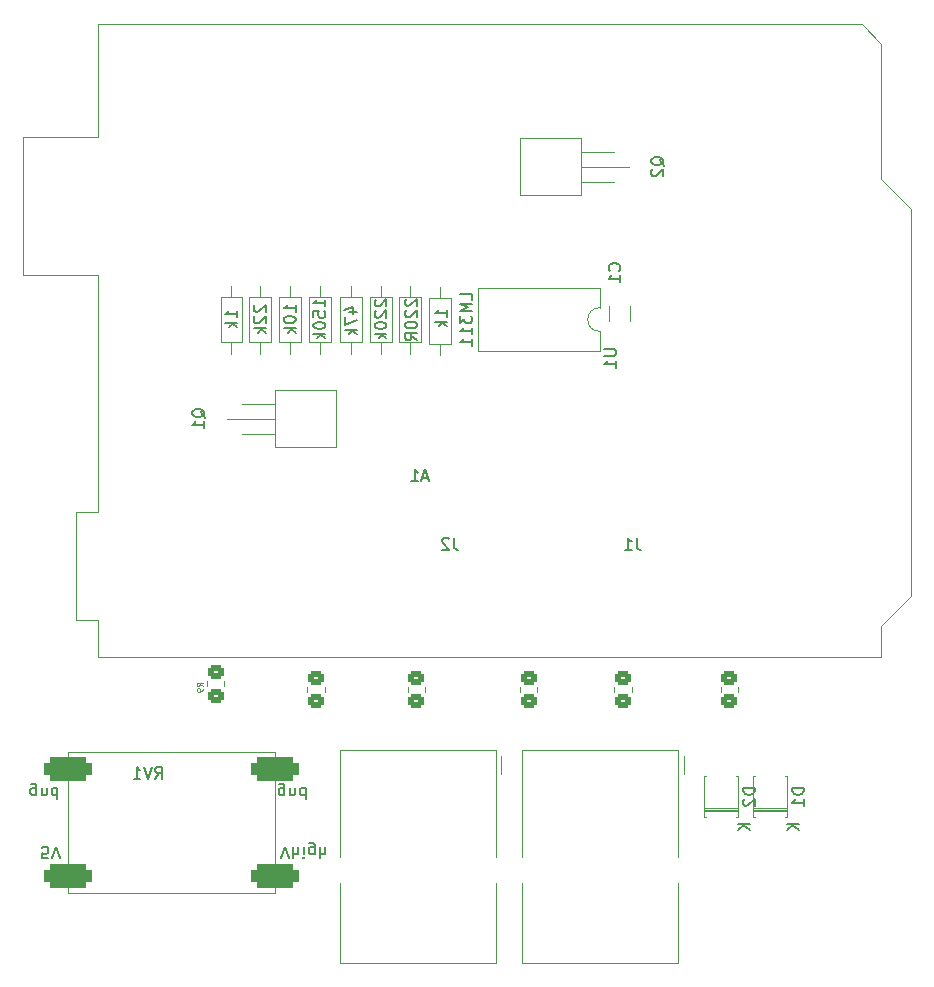
<source format=gbr>
%TF.GenerationSoftware,KiCad,Pcbnew,8.0.8*%
%TF.CreationDate,2025-05-20T23:19:57+02:00*%
%TF.ProjectId,LCD_LOCONET_SHIELD,4c43445f-4c4f-4434-9f4e-45545f534849,rev?*%
%TF.SameCoordinates,Original*%
%TF.FileFunction,Legend,Bot*%
%TF.FilePolarity,Positive*%
%FSLAX46Y46*%
G04 Gerber Fmt 4.6, Leading zero omitted, Abs format (unit mm)*
G04 Created by KiCad (PCBNEW 8.0.8) date 2025-05-20 23:19:57*
%MOMM*%
%LPD*%
G01*
G04 APERTURE LIST*
G04 Aperture macros list*
%AMRoundRect*
0 Rectangle with rounded corners*
0 $1 Rounding radius*
0 $2 $3 $4 $5 $6 $7 $8 $9 X,Y pos of 4 corners*
0 Add a 4 corners polygon primitive as box body*
4,1,4,$2,$3,$4,$5,$6,$7,$8,$9,$2,$3,0*
0 Add four circle primitives for the rounded corners*
1,1,$1+$1,$2,$3*
1,1,$1+$1,$4,$5*
1,1,$1+$1,$6,$7*
1,1,$1+$1,$8,$9*
0 Add four rect primitives between the rounded corners*
20,1,$1+$1,$2,$3,$4,$5,0*
20,1,$1+$1,$4,$5,$6,$7,0*
20,1,$1+$1,$6,$7,$8,$9,0*
20,1,$1+$1,$8,$9,$2,$3,0*%
G04 Aperture macros list end*
%ADD10C,0.150000*%
%ADD11C,0.075000*%
%ADD12C,0.120000*%
%ADD13C,0.100000*%
%ADD14C,2.000000*%
%ADD15C,2.800000*%
%ADD16R,1.879600X1.879600*%
%ADD17C,1.879600*%
%ADD18R,1.800000X1.800000*%
%ADD19C,1.800000*%
%ADD20R,1.560000X1.560000*%
%ADD21C,1.560000*%
%ADD22C,3.250000*%
%ADD23R,1.520000X1.520000*%
%ADD24C,1.520000*%
%ADD25R,2.000000X2.000000*%
%ADD26O,2.000000X2.000000*%
%ADD27C,1.400000*%
%ADD28O,1.400000X1.400000*%
%ADD29R,1.300000X1.300000*%
%ADD30C,1.300000*%
%ADD31RoundRect,0.250000X-0.450000X0.350000X-0.450000X-0.350000X0.450000X-0.350000X0.450000X0.350000X0*%
%ADD32C,1.600000*%
%ADD33R,1.600000X1.600000*%
%ADD34O,1.600000X1.600000*%
%ADD35RoundRect,0.500000X-1.500000X-0.500000X1.500000X-0.500000X1.500000X0.500000X-1.500000X0.500000X0*%
G04 APERTURE END LIST*
D10*
X79375238Y-185032819D02*
X79708571Y-184556628D01*
X79946666Y-185032819D02*
X79946666Y-184032819D01*
X79946666Y-184032819D02*
X79565714Y-184032819D01*
X79565714Y-184032819D02*
X79470476Y-184080438D01*
X79470476Y-184080438D02*
X79422857Y-184128057D01*
X79422857Y-184128057D02*
X79375238Y-184223295D01*
X79375238Y-184223295D02*
X79375238Y-184366152D01*
X79375238Y-184366152D02*
X79422857Y-184461390D01*
X79422857Y-184461390D02*
X79470476Y-184509009D01*
X79470476Y-184509009D02*
X79565714Y-184556628D01*
X79565714Y-184556628D02*
X79946666Y-184556628D01*
X79089523Y-184032819D02*
X78756190Y-185032819D01*
X78756190Y-185032819D02*
X78422857Y-184032819D01*
X77565714Y-185032819D02*
X78137142Y-185032819D01*
X77851428Y-185032819D02*
X77851428Y-184032819D01*
X77851428Y-184032819D02*
X77946666Y-184175676D01*
X77946666Y-184175676D02*
X78041904Y-184270914D01*
X78041904Y-184270914D02*
X78137142Y-184318533D01*
X120153333Y-164652819D02*
X120153333Y-165367104D01*
X120153333Y-165367104D02*
X120200952Y-165509961D01*
X120200952Y-165509961D02*
X120296190Y-165605200D01*
X120296190Y-165605200D02*
X120439047Y-165652819D01*
X120439047Y-165652819D02*
X120534285Y-165652819D01*
X119153333Y-165652819D02*
X119724761Y-165652819D01*
X119439047Y-165652819D02*
X119439047Y-164652819D01*
X119439047Y-164652819D02*
X119534285Y-164795676D01*
X119534285Y-164795676D02*
X119629523Y-164890914D01*
X119629523Y-164890914D02*
X119724761Y-164938533D01*
X134319819Y-185824905D02*
X133319819Y-185824905D01*
X133319819Y-185824905D02*
X133319819Y-186063000D01*
X133319819Y-186063000D02*
X133367438Y-186205857D01*
X133367438Y-186205857D02*
X133462676Y-186301095D01*
X133462676Y-186301095D02*
X133557914Y-186348714D01*
X133557914Y-186348714D02*
X133748390Y-186396333D01*
X133748390Y-186396333D02*
X133891247Y-186396333D01*
X133891247Y-186396333D02*
X134081723Y-186348714D01*
X134081723Y-186348714D02*
X134176961Y-186301095D01*
X134176961Y-186301095D02*
X134272200Y-186205857D01*
X134272200Y-186205857D02*
X134319819Y-186063000D01*
X134319819Y-186063000D02*
X134319819Y-185824905D01*
X134319819Y-187348714D02*
X134319819Y-186777286D01*
X134319819Y-187063000D02*
X133319819Y-187063000D01*
X133319819Y-187063000D02*
X133462676Y-186967762D01*
X133462676Y-186967762D02*
X133557914Y-186872524D01*
X133557914Y-186872524D02*
X133605533Y-186777286D01*
X133899819Y-188841095D02*
X132899819Y-188841095D01*
X133899819Y-189412523D02*
X133328390Y-188983952D01*
X132899819Y-189412523D02*
X133471247Y-188841095D01*
X98065057Y-144481143D02*
X98017438Y-144528762D01*
X98017438Y-144528762D02*
X97969819Y-144624000D01*
X97969819Y-144624000D02*
X97969819Y-144862095D01*
X97969819Y-144862095D02*
X98017438Y-144957333D01*
X98017438Y-144957333D02*
X98065057Y-145004952D01*
X98065057Y-145004952D02*
X98160295Y-145052571D01*
X98160295Y-145052571D02*
X98255533Y-145052571D01*
X98255533Y-145052571D02*
X98398390Y-145004952D01*
X98398390Y-145004952D02*
X98969819Y-144433524D01*
X98969819Y-144433524D02*
X98969819Y-145052571D01*
X98065057Y-145433524D02*
X98017438Y-145481143D01*
X98017438Y-145481143D02*
X97969819Y-145576381D01*
X97969819Y-145576381D02*
X97969819Y-145814476D01*
X97969819Y-145814476D02*
X98017438Y-145909714D01*
X98017438Y-145909714D02*
X98065057Y-145957333D01*
X98065057Y-145957333D02*
X98160295Y-146004952D01*
X98160295Y-146004952D02*
X98255533Y-146004952D01*
X98255533Y-146004952D02*
X98398390Y-145957333D01*
X98398390Y-145957333D02*
X98969819Y-145385905D01*
X98969819Y-145385905D02*
X98969819Y-146004952D01*
X97969819Y-146624000D02*
X97969819Y-146719238D01*
X97969819Y-146719238D02*
X98017438Y-146814476D01*
X98017438Y-146814476D02*
X98065057Y-146862095D01*
X98065057Y-146862095D02*
X98160295Y-146909714D01*
X98160295Y-146909714D02*
X98350771Y-146957333D01*
X98350771Y-146957333D02*
X98588866Y-146957333D01*
X98588866Y-146957333D02*
X98779342Y-146909714D01*
X98779342Y-146909714D02*
X98874580Y-146862095D01*
X98874580Y-146862095D02*
X98922200Y-146814476D01*
X98922200Y-146814476D02*
X98969819Y-146719238D01*
X98969819Y-146719238D02*
X98969819Y-146624000D01*
X98969819Y-146624000D02*
X98922200Y-146528762D01*
X98922200Y-146528762D02*
X98874580Y-146481143D01*
X98874580Y-146481143D02*
X98779342Y-146433524D01*
X98779342Y-146433524D02*
X98588866Y-146385905D01*
X98588866Y-146385905D02*
X98350771Y-146385905D01*
X98350771Y-146385905D02*
X98160295Y-146433524D01*
X98160295Y-146433524D02*
X98065057Y-146481143D01*
X98065057Y-146481143D02*
X98017438Y-146528762D01*
X98017438Y-146528762D02*
X97969819Y-146624000D01*
X98969819Y-147385905D02*
X97969819Y-147385905D01*
X98588866Y-147481143D02*
X98969819Y-147766857D01*
X98303152Y-147766857D02*
X98684104Y-147385905D01*
X122473057Y-133127761D02*
X122425438Y-133032523D01*
X122425438Y-133032523D02*
X122330200Y-132937285D01*
X122330200Y-132937285D02*
X122187342Y-132794428D01*
X122187342Y-132794428D02*
X122139723Y-132699190D01*
X122139723Y-132699190D02*
X122139723Y-132603952D01*
X122377819Y-132651571D02*
X122330200Y-132556333D01*
X122330200Y-132556333D02*
X122234961Y-132461095D01*
X122234961Y-132461095D02*
X122044485Y-132413476D01*
X122044485Y-132413476D02*
X121711152Y-132413476D01*
X121711152Y-132413476D02*
X121520676Y-132461095D01*
X121520676Y-132461095D02*
X121425438Y-132556333D01*
X121425438Y-132556333D02*
X121377819Y-132651571D01*
X121377819Y-132651571D02*
X121377819Y-132842047D01*
X121377819Y-132842047D02*
X121425438Y-132937285D01*
X121425438Y-132937285D02*
X121520676Y-133032523D01*
X121520676Y-133032523D02*
X121711152Y-133080142D01*
X121711152Y-133080142D02*
X122044485Y-133080142D01*
X122044485Y-133080142D02*
X122234961Y-133032523D01*
X122234961Y-133032523D02*
X122330200Y-132937285D01*
X122330200Y-132937285D02*
X122377819Y-132842047D01*
X122377819Y-132842047D02*
X122377819Y-132651571D01*
X121473057Y-133461095D02*
X121425438Y-133508714D01*
X121425438Y-133508714D02*
X121377819Y-133603952D01*
X121377819Y-133603952D02*
X121377819Y-133842047D01*
X121377819Y-133842047D02*
X121425438Y-133937285D01*
X121425438Y-133937285D02*
X121473057Y-133984904D01*
X121473057Y-133984904D02*
X121568295Y-134032523D01*
X121568295Y-134032523D02*
X121663533Y-134032523D01*
X121663533Y-134032523D02*
X121806390Y-133984904D01*
X121806390Y-133984904D02*
X122377819Y-133413476D01*
X122377819Y-133413476D02*
X122377819Y-134032523D01*
X93792819Y-145052571D02*
X93792819Y-144481143D01*
X93792819Y-144766857D02*
X92792819Y-144766857D01*
X92792819Y-144766857D02*
X92935676Y-144671619D01*
X92935676Y-144671619D02*
X93030914Y-144576381D01*
X93030914Y-144576381D02*
X93078533Y-144481143D01*
X92792819Y-145957333D02*
X92792819Y-145481143D01*
X92792819Y-145481143D02*
X93269009Y-145433524D01*
X93269009Y-145433524D02*
X93221390Y-145481143D01*
X93221390Y-145481143D02*
X93173771Y-145576381D01*
X93173771Y-145576381D02*
X93173771Y-145814476D01*
X93173771Y-145814476D02*
X93221390Y-145909714D01*
X93221390Y-145909714D02*
X93269009Y-145957333D01*
X93269009Y-145957333D02*
X93364247Y-146004952D01*
X93364247Y-146004952D02*
X93602342Y-146004952D01*
X93602342Y-146004952D02*
X93697580Y-145957333D01*
X93697580Y-145957333D02*
X93745200Y-145909714D01*
X93745200Y-145909714D02*
X93792819Y-145814476D01*
X93792819Y-145814476D02*
X93792819Y-145576381D01*
X93792819Y-145576381D02*
X93745200Y-145481143D01*
X93745200Y-145481143D02*
X93697580Y-145433524D01*
X92792819Y-146624000D02*
X92792819Y-146719238D01*
X92792819Y-146719238D02*
X92840438Y-146814476D01*
X92840438Y-146814476D02*
X92888057Y-146862095D01*
X92888057Y-146862095D02*
X92983295Y-146909714D01*
X92983295Y-146909714D02*
X93173771Y-146957333D01*
X93173771Y-146957333D02*
X93411866Y-146957333D01*
X93411866Y-146957333D02*
X93602342Y-146909714D01*
X93602342Y-146909714D02*
X93697580Y-146862095D01*
X93697580Y-146862095D02*
X93745200Y-146814476D01*
X93745200Y-146814476D02*
X93792819Y-146719238D01*
X93792819Y-146719238D02*
X93792819Y-146624000D01*
X93792819Y-146624000D02*
X93745200Y-146528762D01*
X93745200Y-146528762D02*
X93697580Y-146481143D01*
X93697580Y-146481143D02*
X93602342Y-146433524D01*
X93602342Y-146433524D02*
X93411866Y-146385905D01*
X93411866Y-146385905D02*
X93173771Y-146385905D01*
X93173771Y-146385905D02*
X92983295Y-146433524D01*
X92983295Y-146433524D02*
X92888057Y-146481143D01*
X92888057Y-146481143D02*
X92840438Y-146528762D01*
X92840438Y-146528762D02*
X92792819Y-146624000D01*
X93792819Y-147385905D02*
X92792819Y-147385905D01*
X93411866Y-147481143D02*
X93792819Y-147766857D01*
X93126152Y-147766857D02*
X93507104Y-147385905D01*
D11*
X83402409Y-177191666D02*
X83164314Y-177025000D01*
X83402409Y-176905952D02*
X82902409Y-176905952D01*
X82902409Y-176905952D02*
X82902409Y-177096428D01*
X82902409Y-177096428D02*
X82926219Y-177144047D01*
X82926219Y-177144047D02*
X82950028Y-177167857D01*
X82950028Y-177167857D02*
X82997647Y-177191666D01*
X82997647Y-177191666D02*
X83069076Y-177191666D01*
X83069076Y-177191666D02*
X83116695Y-177167857D01*
X83116695Y-177167857D02*
X83140504Y-177144047D01*
X83140504Y-177144047D02*
X83164314Y-177096428D01*
X83164314Y-177096428D02*
X83164314Y-176905952D01*
X83402409Y-177429762D02*
X83402409Y-177525000D01*
X83402409Y-177525000D02*
X83378600Y-177572619D01*
X83378600Y-177572619D02*
X83354790Y-177596428D01*
X83354790Y-177596428D02*
X83283361Y-177644047D01*
X83283361Y-177644047D02*
X83188123Y-177667857D01*
X83188123Y-177667857D02*
X82997647Y-177667857D01*
X82997647Y-177667857D02*
X82950028Y-177644047D01*
X82950028Y-177644047D02*
X82926219Y-177620238D01*
X82926219Y-177620238D02*
X82902409Y-177572619D01*
X82902409Y-177572619D02*
X82902409Y-177477381D01*
X82902409Y-177477381D02*
X82926219Y-177429762D01*
X82926219Y-177429762D02*
X82950028Y-177405952D01*
X82950028Y-177405952D02*
X82997647Y-177382143D01*
X82997647Y-177382143D02*
X83116695Y-177382143D01*
X83116695Y-177382143D02*
X83164314Y-177405952D01*
X83164314Y-177405952D02*
X83188123Y-177429762D01*
X83188123Y-177429762D02*
X83211933Y-177477381D01*
X83211933Y-177477381D02*
X83211933Y-177572619D01*
X83211933Y-177572619D02*
X83188123Y-177620238D01*
X83188123Y-177620238D02*
X83164314Y-177644047D01*
X83164314Y-177644047D02*
X83116695Y-177667857D01*
D10*
X83605057Y-154463761D02*
X83557438Y-154368523D01*
X83557438Y-154368523D02*
X83462200Y-154273285D01*
X83462200Y-154273285D02*
X83319342Y-154130428D01*
X83319342Y-154130428D02*
X83271723Y-154035190D01*
X83271723Y-154035190D02*
X83271723Y-153939952D01*
X83509819Y-153987571D02*
X83462200Y-153892333D01*
X83462200Y-153892333D02*
X83366961Y-153797095D01*
X83366961Y-153797095D02*
X83176485Y-153749476D01*
X83176485Y-153749476D02*
X82843152Y-153749476D01*
X82843152Y-153749476D02*
X82652676Y-153797095D01*
X82652676Y-153797095D02*
X82557438Y-153892333D01*
X82557438Y-153892333D02*
X82509819Y-153987571D01*
X82509819Y-153987571D02*
X82509819Y-154178047D01*
X82509819Y-154178047D02*
X82557438Y-154273285D01*
X82557438Y-154273285D02*
X82652676Y-154368523D01*
X82652676Y-154368523D02*
X82843152Y-154416142D01*
X82843152Y-154416142D02*
X83176485Y-154416142D01*
X83176485Y-154416142D02*
X83366961Y-154368523D01*
X83366961Y-154368523D02*
X83462200Y-154273285D01*
X83462200Y-154273285D02*
X83509819Y-154178047D01*
X83509819Y-154178047D02*
X83509819Y-153987571D01*
X83509819Y-155368523D02*
X83509819Y-154797095D01*
X83509819Y-155082809D02*
X82509819Y-155082809D01*
X82509819Y-155082809D02*
X82652676Y-154987571D01*
X82652676Y-154987571D02*
X82747914Y-154892333D01*
X82747914Y-154892333D02*
X82795533Y-154797095D01*
X118685580Y-142028333D02*
X118733200Y-141980714D01*
X118733200Y-141980714D02*
X118780819Y-141837857D01*
X118780819Y-141837857D02*
X118780819Y-141742619D01*
X118780819Y-141742619D02*
X118733200Y-141599762D01*
X118733200Y-141599762D02*
X118637961Y-141504524D01*
X118637961Y-141504524D02*
X118542723Y-141456905D01*
X118542723Y-141456905D02*
X118352247Y-141409286D01*
X118352247Y-141409286D02*
X118209390Y-141409286D01*
X118209390Y-141409286D02*
X118018914Y-141456905D01*
X118018914Y-141456905D02*
X117923676Y-141504524D01*
X117923676Y-141504524D02*
X117828438Y-141599762D01*
X117828438Y-141599762D02*
X117780819Y-141742619D01*
X117780819Y-141742619D02*
X117780819Y-141837857D01*
X117780819Y-141837857D02*
X117828438Y-141980714D01*
X117828438Y-141980714D02*
X117876057Y-142028333D01*
X118780819Y-142980714D02*
X118780819Y-142409286D01*
X118780819Y-142695000D02*
X117780819Y-142695000D01*
X117780819Y-142695000D02*
X117923676Y-142599762D01*
X117923676Y-142599762D02*
X118018914Y-142504524D01*
X118018914Y-142504524D02*
X118066533Y-142409286D01*
X104086819Y-145930952D02*
X104086819Y-145359524D01*
X104086819Y-145645238D02*
X103086819Y-145645238D01*
X103086819Y-145645238D02*
X103229676Y-145550000D01*
X103229676Y-145550000D02*
X103324914Y-145454762D01*
X103324914Y-145454762D02*
X103372533Y-145359524D01*
X104086819Y-146359524D02*
X103086819Y-146359524D01*
X103705866Y-146454762D02*
X104086819Y-146740476D01*
X103420152Y-146740476D02*
X103801104Y-146359524D01*
X117399819Y-148672095D02*
X118209342Y-148672095D01*
X118209342Y-148672095D02*
X118304580Y-148719714D01*
X118304580Y-148719714D02*
X118352200Y-148767333D01*
X118352200Y-148767333D02*
X118399819Y-148862571D01*
X118399819Y-148862571D02*
X118399819Y-149053047D01*
X118399819Y-149053047D02*
X118352200Y-149148285D01*
X118352200Y-149148285D02*
X118304580Y-149195904D01*
X118304580Y-149195904D02*
X118209342Y-149243523D01*
X118209342Y-149243523D02*
X117399819Y-149243523D01*
X118399819Y-150243523D02*
X118399819Y-149672095D01*
X118399819Y-149957809D02*
X117399819Y-149957809D01*
X117399819Y-149957809D02*
X117542676Y-149862571D01*
X117542676Y-149862571D02*
X117637914Y-149767333D01*
X117637914Y-149767333D02*
X117685533Y-149672095D01*
X106191819Y-144476523D02*
X106191819Y-144000333D01*
X106191819Y-144000333D02*
X105191819Y-144000333D01*
X106191819Y-144809857D02*
X105191819Y-144809857D01*
X105191819Y-144809857D02*
X105906104Y-145143190D01*
X105906104Y-145143190D02*
X105191819Y-145476523D01*
X105191819Y-145476523D02*
X106191819Y-145476523D01*
X105191819Y-145857476D02*
X105191819Y-146476523D01*
X105191819Y-146476523D02*
X105572771Y-146143190D01*
X105572771Y-146143190D02*
X105572771Y-146286047D01*
X105572771Y-146286047D02*
X105620390Y-146381285D01*
X105620390Y-146381285D02*
X105668009Y-146428904D01*
X105668009Y-146428904D02*
X105763247Y-146476523D01*
X105763247Y-146476523D02*
X106001342Y-146476523D01*
X106001342Y-146476523D02*
X106096580Y-146428904D01*
X106096580Y-146428904D02*
X106144200Y-146381285D01*
X106144200Y-146381285D02*
X106191819Y-146286047D01*
X106191819Y-146286047D02*
X106191819Y-146000333D01*
X106191819Y-146000333D02*
X106144200Y-145905095D01*
X106144200Y-145905095D02*
X106096580Y-145857476D01*
X106191819Y-147428904D02*
X106191819Y-146857476D01*
X106191819Y-147143190D02*
X105191819Y-147143190D01*
X105191819Y-147143190D02*
X105334676Y-147047952D01*
X105334676Y-147047952D02*
X105429914Y-146952714D01*
X105429914Y-146952714D02*
X105477533Y-146857476D01*
X106191819Y-148381285D02*
X106191819Y-147809857D01*
X106191819Y-148095571D02*
X105191819Y-148095571D01*
X105191819Y-148095571D02*
X105334676Y-148000333D01*
X105334676Y-148000333D02*
X105429914Y-147905095D01*
X105429914Y-147905095D02*
X105477533Y-147809857D01*
X91274819Y-145515761D02*
X91274819Y-144944333D01*
X91274819Y-145230047D02*
X90274819Y-145230047D01*
X90274819Y-145230047D02*
X90417676Y-145134809D01*
X90417676Y-145134809D02*
X90512914Y-145039571D01*
X90512914Y-145039571D02*
X90560533Y-144944333D01*
X90274819Y-146134809D02*
X90274819Y-146230047D01*
X90274819Y-146230047D02*
X90322438Y-146325285D01*
X90322438Y-146325285D02*
X90370057Y-146372904D01*
X90370057Y-146372904D02*
X90465295Y-146420523D01*
X90465295Y-146420523D02*
X90655771Y-146468142D01*
X90655771Y-146468142D02*
X90893866Y-146468142D01*
X90893866Y-146468142D02*
X91084342Y-146420523D01*
X91084342Y-146420523D02*
X91179580Y-146372904D01*
X91179580Y-146372904D02*
X91227200Y-146325285D01*
X91227200Y-146325285D02*
X91274819Y-146230047D01*
X91274819Y-146230047D02*
X91274819Y-146134809D01*
X91274819Y-146134809D02*
X91227200Y-146039571D01*
X91227200Y-146039571D02*
X91179580Y-145991952D01*
X91179580Y-145991952D02*
X91084342Y-145944333D01*
X91084342Y-145944333D02*
X90893866Y-145896714D01*
X90893866Y-145896714D02*
X90655771Y-145896714D01*
X90655771Y-145896714D02*
X90465295Y-145944333D01*
X90465295Y-145944333D02*
X90370057Y-145991952D01*
X90370057Y-145991952D02*
X90322438Y-146039571D01*
X90322438Y-146039571D02*
X90274819Y-146134809D01*
X91274819Y-146896714D02*
X90274819Y-146896714D01*
X90893866Y-146991952D02*
X91274819Y-147277666D01*
X90608152Y-147277666D02*
X90989104Y-146896714D01*
X86321819Y-145991952D02*
X86321819Y-145420524D01*
X86321819Y-145706238D02*
X85321819Y-145706238D01*
X85321819Y-145706238D02*
X85464676Y-145611000D01*
X85464676Y-145611000D02*
X85559914Y-145515762D01*
X85559914Y-145515762D02*
X85607533Y-145420524D01*
X86321819Y-146420524D02*
X85321819Y-146420524D01*
X85940866Y-146515762D02*
X86321819Y-146801476D01*
X85655152Y-146801476D02*
X86036104Y-146420524D01*
X130169819Y-185824905D02*
X129169819Y-185824905D01*
X129169819Y-185824905D02*
X129169819Y-186063000D01*
X129169819Y-186063000D02*
X129217438Y-186205857D01*
X129217438Y-186205857D02*
X129312676Y-186301095D01*
X129312676Y-186301095D02*
X129407914Y-186348714D01*
X129407914Y-186348714D02*
X129598390Y-186396333D01*
X129598390Y-186396333D02*
X129741247Y-186396333D01*
X129741247Y-186396333D02*
X129931723Y-186348714D01*
X129931723Y-186348714D02*
X130026961Y-186301095D01*
X130026961Y-186301095D02*
X130122200Y-186205857D01*
X130122200Y-186205857D02*
X130169819Y-186063000D01*
X130169819Y-186063000D02*
X130169819Y-185824905D01*
X129265057Y-186777286D02*
X129217438Y-186824905D01*
X129217438Y-186824905D02*
X129169819Y-186920143D01*
X129169819Y-186920143D02*
X129169819Y-187158238D01*
X129169819Y-187158238D02*
X129217438Y-187253476D01*
X129217438Y-187253476D02*
X129265057Y-187301095D01*
X129265057Y-187301095D02*
X129360295Y-187348714D01*
X129360295Y-187348714D02*
X129455533Y-187348714D01*
X129455533Y-187348714D02*
X129598390Y-187301095D01*
X129598390Y-187301095D02*
X130169819Y-186729667D01*
X130169819Y-186729667D02*
X130169819Y-187348714D01*
X129749819Y-188841095D02*
X128749819Y-188841095D01*
X129749819Y-189412523D02*
X129178390Y-188983952D01*
X128749819Y-189412523D02*
X129321247Y-188841095D01*
X102500285Y-159564104D02*
X102024095Y-159564104D01*
X102595523Y-159849819D02*
X102262190Y-158849819D01*
X102262190Y-158849819D02*
X101928857Y-159849819D01*
X101071714Y-159849819D02*
X101643142Y-159849819D01*
X101357428Y-159849819D02*
X101357428Y-158849819D01*
X101357428Y-158849819D02*
X101452666Y-158992676D01*
X101452666Y-158992676D02*
X101547904Y-159087914D01*
X101547904Y-159087914D02*
X101643142Y-159135533D01*
X100642057Y-144438905D02*
X100594438Y-144486524D01*
X100594438Y-144486524D02*
X100546819Y-144581762D01*
X100546819Y-144581762D02*
X100546819Y-144819857D01*
X100546819Y-144819857D02*
X100594438Y-144915095D01*
X100594438Y-144915095D02*
X100642057Y-144962714D01*
X100642057Y-144962714D02*
X100737295Y-145010333D01*
X100737295Y-145010333D02*
X100832533Y-145010333D01*
X100832533Y-145010333D02*
X100975390Y-144962714D01*
X100975390Y-144962714D02*
X101546819Y-144391286D01*
X101546819Y-144391286D02*
X101546819Y-145010333D01*
X100642057Y-145391286D02*
X100594438Y-145438905D01*
X100594438Y-145438905D02*
X100546819Y-145534143D01*
X100546819Y-145534143D02*
X100546819Y-145772238D01*
X100546819Y-145772238D02*
X100594438Y-145867476D01*
X100594438Y-145867476D02*
X100642057Y-145915095D01*
X100642057Y-145915095D02*
X100737295Y-145962714D01*
X100737295Y-145962714D02*
X100832533Y-145962714D01*
X100832533Y-145962714D02*
X100975390Y-145915095D01*
X100975390Y-145915095D02*
X101546819Y-145343667D01*
X101546819Y-145343667D02*
X101546819Y-145962714D01*
X100546819Y-146581762D02*
X100546819Y-146677000D01*
X100546819Y-146677000D02*
X100594438Y-146772238D01*
X100594438Y-146772238D02*
X100642057Y-146819857D01*
X100642057Y-146819857D02*
X100737295Y-146867476D01*
X100737295Y-146867476D02*
X100927771Y-146915095D01*
X100927771Y-146915095D02*
X101165866Y-146915095D01*
X101165866Y-146915095D02*
X101356342Y-146867476D01*
X101356342Y-146867476D02*
X101451580Y-146819857D01*
X101451580Y-146819857D02*
X101499200Y-146772238D01*
X101499200Y-146772238D02*
X101546819Y-146677000D01*
X101546819Y-146677000D02*
X101546819Y-146581762D01*
X101546819Y-146581762D02*
X101499200Y-146486524D01*
X101499200Y-146486524D02*
X101451580Y-146438905D01*
X101451580Y-146438905D02*
X101356342Y-146391286D01*
X101356342Y-146391286D02*
X101165866Y-146343667D01*
X101165866Y-146343667D02*
X100927771Y-146343667D01*
X100927771Y-146343667D02*
X100737295Y-146391286D01*
X100737295Y-146391286D02*
X100642057Y-146438905D01*
X100642057Y-146438905D02*
X100594438Y-146486524D01*
X100594438Y-146486524D02*
X100546819Y-146581762D01*
X101546819Y-147915095D02*
X101070628Y-147581762D01*
X101546819Y-147343667D02*
X100546819Y-147343667D01*
X100546819Y-147343667D02*
X100546819Y-147724619D01*
X100546819Y-147724619D02*
X100594438Y-147819857D01*
X100594438Y-147819857D02*
X100642057Y-147867476D01*
X100642057Y-147867476D02*
X100737295Y-147915095D01*
X100737295Y-147915095D02*
X100880152Y-147915095D01*
X100880152Y-147915095D02*
X100975390Y-147867476D01*
X100975390Y-147867476D02*
X101023009Y-147819857D01*
X101023009Y-147819857D02*
X101070628Y-147724619D01*
X101070628Y-147724619D02*
X101070628Y-147343667D01*
X104683333Y-164652819D02*
X104683333Y-165367104D01*
X104683333Y-165367104D02*
X104730952Y-165509961D01*
X104730952Y-165509961D02*
X104826190Y-165605200D01*
X104826190Y-165605200D02*
X104969047Y-165652819D01*
X104969047Y-165652819D02*
X105064285Y-165652819D01*
X104254761Y-164748057D02*
X104207142Y-164700438D01*
X104207142Y-164700438D02*
X104111904Y-164652819D01*
X104111904Y-164652819D02*
X103873809Y-164652819D01*
X103873809Y-164652819D02*
X103778571Y-164700438D01*
X103778571Y-164700438D02*
X103730952Y-164748057D01*
X103730952Y-164748057D02*
X103683333Y-164843295D01*
X103683333Y-164843295D02*
X103683333Y-164938533D01*
X103683333Y-164938533D02*
X103730952Y-165081390D01*
X103730952Y-165081390D02*
X104302380Y-165652819D01*
X104302380Y-165652819D02*
X103683333Y-165652819D01*
X90309523Y-186459847D02*
X90309523Y-185650323D01*
X90309523Y-185650323D02*
X90261904Y-185555085D01*
X90261904Y-185555085D02*
X90214285Y-185507466D01*
X90214285Y-185507466D02*
X90119047Y-185459847D01*
X90119047Y-185459847D02*
X89976190Y-185459847D01*
X89976190Y-185459847D02*
X89880952Y-185507466D01*
X90309523Y-185840800D02*
X90214285Y-185793180D01*
X90214285Y-185793180D02*
X90023809Y-185793180D01*
X90023809Y-185793180D02*
X89928571Y-185840800D01*
X89928571Y-185840800D02*
X89880952Y-185888419D01*
X89880952Y-185888419D02*
X89833333Y-185983657D01*
X89833333Y-185983657D02*
X89833333Y-186269371D01*
X89833333Y-186269371D02*
X89880952Y-186364609D01*
X89880952Y-186364609D02*
X89928571Y-186412228D01*
X89928571Y-186412228D02*
X90023809Y-186459847D01*
X90023809Y-186459847D02*
X90214285Y-186459847D01*
X90214285Y-186459847D02*
X90309523Y-186412228D01*
X90785714Y-186459847D02*
X90785714Y-185793180D01*
X90785714Y-186364609D02*
X90833333Y-186412228D01*
X90833333Y-186412228D02*
X90928571Y-186459847D01*
X90928571Y-186459847D02*
X91071428Y-186459847D01*
X91071428Y-186459847D02*
X91166666Y-186412228D01*
X91166666Y-186412228D02*
X91214285Y-186316990D01*
X91214285Y-186316990D02*
X91214285Y-185793180D01*
X92119047Y-185793180D02*
X92119047Y-186793180D01*
X92119047Y-185840800D02*
X92023809Y-185793180D01*
X92023809Y-185793180D02*
X91833333Y-185793180D01*
X91833333Y-185793180D02*
X91738095Y-185840800D01*
X91738095Y-185840800D02*
X91690476Y-185888419D01*
X91690476Y-185888419D02*
X91642857Y-185983657D01*
X91642857Y-185983657D02*
X91642857Y-186269371D01*
X91642857Y-186269371D02*
X91690476Y-186364609D01*
X91690476Y-186364609D02*
X91738095Y-186412228D01*
X91738095Y-186412228D02*
X91833333Y-186459847D01*
X91833333Y-186459847D02*
X92023809Y-186459847D01*
X92023809Y-186459847D02*
X92119047Y-186412228D01*
X69309523Y-186459847D02*
X69309523Y-185650323D01*
X69309523Y-185650323D02*
X69261904Y-185555085D01*
X69261904Y-185555085D02*
X69214285Y-185507466D01*
X69214285Y-185507466D02*
X69119047Y-185459847D01*
X69119047Y-185459847D02*
X68976190Y-185459847D01*
X68976190Y-185459847D02*
X68880952Y-185507466D01*
X69309523Y-185840800D02*
X69214285Y-185793180D01*
X69214285Y-185793180D02*
X69023809Y-185793180D01*
X69023809Y-185793180D02*
X68928571Y-185840800D01*
X68928571Y-185840800D02*
X68880952Y-185888419D01*
X68880952Y-185888419D02*
X68833333Y-185983657D01*
X68833333Y-185983657D02*
X68833333Y-186269371D01*
X68833333Y-186269371D02*
X68880952Y-186364609D01*
X68880952Y-186364609D02*
X68928571Y-186412228D01*
X68928571Y-186412228D02*
X69023809Y-186459847D01*
X69023809Y-186459847D02*
X69214285Y-186459847D01*
X69214285Y-186459847D02*
X69309523Y-186412228D01*
X69785714Y-186459847D02*
X69785714Y-185793180D01*
X69785714Y-186364609D02*
X69833333Y-186412228D01*
X69833333Y-186412228D02*
X69928571Y-186459847D01*
X69928571Y-186459847D02*
X70071428Y-186459847D01*
X70071428Y-186459847D02*
X70166666Y-186412228D01*
X70166666Y-186412228D02*
X70214285Y-186316990D01*
X70214285Y-186316990D02*
X70214285Y-185793180D01*
X71119047Y-185793180D02*
X71119047Y-186793180D01*
X71119047Y-185840800D02*
X71023809Y-185793180D01*
X71023809Y-185793180D02*
X70833333Y-185793180D01*
X70833333Y-185793180D02*
X70738095Y-185840800D01*
X70738095Y-185840800D02*
X70690476Y-185888419D01*
X70690476Y-185888419D02*
X70642857Y-185983657D01*
X70642857Y-185983657D02*
X70642857Y-186269371D01*
X70642857Y-186269371D02*
X70690476Y-186364609D01*
X70690476Y-186364609D02*
X70738095Y-186412228D01*
X70738095Y-186412228D02*
X70833333Y-186459847D01*
X70833333Y-186459847D02*
X71023809Y-186459847D01*
X71023809Y-186459847D02*
X71119047Y-186412228D01*
X90071429Y-191793180D02*
X90404762Y-190793180D01*
X90404762Y-190793180D02*
X90738095Y-191793180D01*
X91071429Y-190793180D02*
X91071429Y-191793180D01*
X91500000Y-190793180D02*
X91500000Y-191316990D01*
X91500000Y-191316990D02*
X91452381Y-191412228D01*
X91452381Y-191412228D02*
X91357143Y-191459847D01*
X91357143Y-191459847D02*
X91214286Y-191459847D01*
X91214286Y-191459847D02*
X91119048Y-191412228D01*
X91119048Y-191412228D02*
X91071429Y-191364609D01*
X91976191Y-190793180D02*
X91976191Y-191459847D01*
X91976191Y-191793180D02*
X91928572Y-191745561D01*
X91928572Y-191745561D02*
X91976191Y-191697942D01*
X91976191Y-191697942D02*
X92023810Y-191745561D01*
X92023810Y-191745561D02*
X91976191Y-191793180D01*
X91976191Y-191793180D02*
X91976191Y-191697942D01*
X92880952Y-191459847D02*
X92880952Y-190650323D01*
X92880952Y-190650323D02*
X92833333Y-190555085D01*
X92833333Y-190555085D02*
X92785714Y-190507466D01*
X92785714Y-190507466D02*
X92690476Y-190459847D01*
X92690476Y-190459847D02*
X92547619Y-190459847D01*
X92547619Y-190459847D02*
X92452381Y-190507466D01*
X92880952Y-190840800D02*
X92785714Y-190793180D01*
X92785714Y-190793180D02*
X92595238Y-190793180D01*
X92595238Y-190793180D02*
X92500000Y-190840800D01*
X92500000Y-190840800D02*
X92452381Y-190888419D01*
X92452381Y-190888419D02*
X92404762Y-190983657D01*
X92404762Y-190983657D02*
X92404762Y-191269371D01*
X92404762Y-191269371D02*
X92452381Y-191364609D01*
X92452381Y-191364609D02*
X92500000Y-191412228D01*
X92500000Y-191412228D02*
X92595238Y-191459847D01*
X92595238Y-191459847D02*
X92785714Y-191459847D01*
X92785714Y-191459847D02*
X92880952Y-191412228D01*
X93357143Y-190793180D02*
X93357143Y-191793180D01*
X93785714Y-190793180D02*
X93785714Y-191316990D01*
X93785714Y-191316990D02*
X93738095Y-191412228D01*
X93738095Y-191412228D02*
X93642857Y-191459847D01*
X93642857Y-191459847D02*
X93500000Y-191459847D01*
X93500000Y-191459847D02*
X93404762Y-191412228D01*
X93404762Y-191412228D02*
X93357143Y-191364609D01*
X70309523Y-191793180D02*
X69833333Y-191793180D01*
X69833333Y-191793180D02*
X69785714Y-191316990D01*
X69785714Y-191316990D02*
X69833333Y-191364609D01*
X69833333Y-191364609D02*
X69928571Y-191412228D01*
X69928571Y-191412228D02*
X70166666Y-191412228D01*
X70166666Y-191412228D02*
X70261904Y-191364609D01*
X70261904Y-191364609D02*
X70309523Y-191316990D01*
X70309523Y-191316990D02*
X70357142Y-191221752D01*
X70357142Y-191221752D02*
X70357142Y-190983657D01*
X70357142Y-190983657D02*
X70309523Y-190888419D01*
X70309523Y-190888419D02*
X70261904Y-190840800D01*
X70261904Y-190840800D02*
X70166666Y-190793180D01*
X70166666Y-190793180D02*
X69928571Y-190793180D01*
X69928571Y-190793180D02*
X69833333Y-190840800D01*
X69833333Y-190840800D02*
X69785714Y-190888419D01*
X70642857Y-191793180D02*
X70976190Y-190793180D01*
X70976190Y-190793180D02*
X71309523Y-191793180D01*
X87830057Y-144944333D02*
X87782438Y-144991952D01*
X87782438Y-144991952D02*
X87734819Y-145087190D01*
X87734819Y-145087190D02*
X87734819Y-145325285D01*
X87734819Y-145325285D02*
X87782438Y-145420523D01*
X87782438Y-145420523D02*
X87830057Y-145468142D01*
X87830057Y-145468142D02*
X87925295Y-145515761D01*
X87925295Y-145515761D02*
X88020533Y-145515761D01*
X88020533Y-145515761D02*
X88163390Y-145468142D01*
X88163390Y-145468142D02*
X88734819Y-144896714D01*
X88734819Y-144896714D02*
X88734819Y-145515761D01*
X87830057Y-145896714D02*
X87782438Y-145944333D01*
X87782438Y-145944333D02*
X87734819Y-146039571D01*
X87734819Y-146039571D02*
X87734819Y-146277666D01*
X87734819Y-146277666D02*
X87782438Y-146372904D01*
X87782438Y-146372904D02*
X87830057Y-146420523D01*
X87830057Y-146420523D02*
X87925295Y-146468142D01*
X87925295Y-146468142D02*
X88020533Y-146468142D01*
X88020533Y-146468142D02*
X88163390Y-146420523D01*
X88163390Y-146420523D02*
X88734819Y-145849095D01*
X88734819Y-145849095D02*
X88734819Y-146468142D01*
X88734819Y-146896714D02*
X87734819Y-146896714D01*
X88353866Y-146991952D02*
X88734819Y-147277666D01*
X88068152Y-147277666D02*
X88449104Y-146896714D01*
X95773152Y-145565523D02*
X96439819Y-145565523D01*
X95392200Y-145327428D02*
X96106485Y-145089333D01*
X96106485Y-145089333D02*
X96106485Y-145708380D01*
X95439819Y-145994095D02*
X95439819Y-146660761D01*
X95439819Y-146660761D02*
X96439819Y-146232190D01*
X96439819Y-147041714D02*
X95439819Y-147041714D01*
X96058866Y-147136952D02*
X96439819Y-147422666D01*
X95773152Y-147422666D02*
X96154104Y-147041714D01*
D12*
%TO.C,J1*%
X110480000Y-182628000D02*
X123680000Y-182628000D01*
X110480000Y-191648000D02*
X110480000Y-182628000D01*
X110480000Y-193848000D02*
X110480000Y-200628000D01*
D13*
X110480000Y-200628000D02*
X110480000Y-200508000D01*
X110480000Y-200628000D02*
X110480000Y-200618000D01*
D12*
X123680000Y-182628000D02*
X123680000Y-191648000D01*
D13*
X123680000Y-191648000D02*
X123680000Y-191578000D01*
D12*
X123680000Y-193848000D02*
X123680000Y-200628000D01*
X123680000Y-200628000D02*
X110480000Y-200628000D01*
X124150000Y-183098000D02*
X124150000Y-184628000D01*
%TO.C,D1*%
X130025000Y-184843000D02*
X130025000Y-188283000D01*
X130025000Y-187563000D02*
X132865000Y-187563000D01*
X130025000Y-187683000D02*
X132865000Y-187683000D01*
X130025000Y-187803000D02*
X132865000Y-187803000D01*
X130025000Y-188283000D02*
X130205000Y-188283000D01*
X130205000Y-184843000D02*
X130025000Y-184843000D01*
X132685000Y-184843000D02*
X132865000Y-184843000D01*
X132865000Y-184843000D02*
X132865000Y-188283000D01*
X132865000Y-188283000D02*
X132685000Y-188283000D01*
%TO.C,R6*%
X97580000Y-144270000D02*
X97580000Y-148110000D01*
X97580000Y-148110000D02*
X99420000Y-148110000D01*
X98500000Y-144270000D02*
X98500000Y-143320000D01*
X98500000Y-148110000D02*
X98500000Y-149060000D01*
X99420000Y-144270000D02*
X97580000Y-144270000D01*
X99420000Y-148110000D02*
X99420000Y-144270000D01*
%TO.C,Q2*%
X110253000Y-130823000D02*
X115443000Y-130823000D01*
X110253000Y-135623000D02*
X110253000Y-130823000D01*
X115443000Y-130823000D02*
X115443000Y-135623000D01*
X115443000Y-131953000D02*
X118233000Y-131953000D01*
X115443000Y-133223000D02*
X119503000Y-133223000D01*
X115443000Y-134493000D02*
X118233000Y-134493000D01*
X115443000Y-135623000D02*
X110253000Y-135623000D01*
%TO.C,R2*%
X92430000Y-144270000D02*
X92430000Y-148110000D01*
X92430000Y-148110000D02*
X94270000Y-148110000D01*
X93350000Y-144270000D02*
X93350000Y-143320000D01*
X93350000Y-148110000D02*
X93350000Y-149060000D01*
X94270000Y-144270000D02*
X92430000Y-144270000D01*
X94270000Y-148110000D02*
X94270000Y-144270000D01*
%TO.C,R9*%
X83765000Y-177227064D02*
X83765000Y-176772936D01*
X85235000Y-177227064D02*
X85235000Y-176772936D01*
%TO.C,Q1*%
X89535000Y-152159000D02*
X94725000Y-152159000D01*
X89535000Y-153289000D02*
X86745000Y-153289000D01*
X89535000Y-154559000D02*
X85475000Y-154559000D01*
X89535000Y-155829000D02*
X86745000Y-155829000D01*
X89535000Y-156959000D02*
X89535000Y-152159000D01*
X94725000Y-152159000D02*
X94725000Y-156959000D01*
X94725000Y-156959000D02*
X89535000Y-156959000D01*
%TO.C,C1*%
X117787000Y-146273000D02*
X117787000Y-145015000D01*
X119627000Y-146273000D02*
X119627000Y-145015000D01*
%TO.C,R12*%
X110265000Y-177727064D02*
X110265000Y-177272936D01*
X111735000Y-177727064D02*
X111735000Y-177272936D01*
%TO.C,R7*%
X102585000Y-144384000D02*
X102585000Y-148224000D01*
X102585000Y-148224000D02*
X104425000Y-148224000D01*
X103505000Y-144384000D02*
X103505000Y-143434000D01*
X103505000Y-148224000D02*
X103505000Y-149174000D01*
X104425000Y-144384000D02*
X102585000Y-144384000D01*
X104425000Y-148224000D02*
X104425000Y-144384000D01*
%TO.C,U1*%
X106737000Y-143517000D02*
X106737000Y-148817000D01*
X106737000Y-148817000D02*
X117017000Y-148817000D01*
X117017000Y-143517000D02*
X106737000Y-143517000D01*
X117017000Y-145167000D02*
X117017000Y-143517000D01*
X117017000Y-148817000D02*
X117017000Y-147167000D01*
X117017000Y-147167000D02*
G75*
G02*
X117017000Y-145167000I0J1000000D01*
G01*
%TO.C,R3*%
X89885000Y-144257000D02*
X89885000Y-148097000D01*
X89885000Y-148097000D02*
X91725000Y-148097000D01*
X90805000Y-144257000D02*
X90805000Y-143307000D01*
X90805000Y-148097000D02*
X90805000Y-149047000D01*
X91725000Y-144257000D02*
X89885000Y-144257000D01*
X91725000Y-148097000D02*
X91725000Y-144257000D01*
%TO.C,R5*%
X84932000Y-144257000D02*
X84932000Y-148097000D01*
X84932000Y-148097000D02*
X86772000Y-148097000D01*
X85852000Y-144257000D02*
X85852000Y-143307000D01*
X85852000Y-148097000D02*
X85852000Y-149047000D01*
X86772000Y-144257000D02*
X84932000Y-144257000D01*
X86772000Y-148097000D02*
X86772000Y-144257000D01*
%TO.C,D2*%
X125875000Y-184843000D02*
X125875000Y-188283000D01*
X125875000Y-187563000D02*
X128715000Y-187563000D01*
X125875000Y-187683000D02*
X128715000Y-187683000D01*
X125875000Y-187803000D02*
X128715000Y-187803000D01*
X125875000Y-188283000D02*
X126055000Y-188283000D01*
X126055000Y-184843000D02*
X125875000Y-184843000D01*
X128535000Y-184843000D02*
X128715000Y-184843000D01*
X128715000Y-184843000D02*
X128715000Y-188283000D01*
X128715000Y-188283000D02*
X128535000Y-188283000D01*
%TO.C,A1*%
X68196000Y-130685000D02*
X68196000Y-142365000D01*
X68196000Y-142365000D02*
X74546000Y-142365000D01*
X72646000Y-162435000D02*
X72646000Y-171575000D01*
X72646000Y-171575000D02*
X74546000Y-171575000D01*
X74546000Y-121155000D02*
X74546000Y-130685000D01*
X74546000Y-130685000D02*
X68196000Y-130685000D01*
X74546000Y-142365000D02*
X74546000Y-162435000D01*
X74546000Y-162435000D02*
X72646000Y-162435000D01*
X74546000Y-171575000D02*
X74546000Y-174755000D01*
X74546000Y-174755000D02*
X140846000Y-174755000D01*
X139196000Y-121155000D02*
X74546000Y-121155000D01*
X140846000Y-122805000D02*
X139196000Y-121155000D01*
X140846000Y-134235000D02*
X140846000Y-122805000D01*
X140846000Y-172085000D02*
X143386000Y-169545000D01*
X140846000Y-174755000D02*
X140846000Y-172085000D01*
X143386000Y-136775000D02*
X140846000Y-134235000D01*
X143386000Y-169545000D02*
X143386000Y-136775000D01*
%TO.C,R11*%
X100765000Y-177727064D02*
X100765000Y-177272936D01*
X102235000Y-177727064D02*
X102235000Y-177272936D01*
%TO.C,R8*%
X100070000Y-144257000D02*
X100070000Y-148097000D01*
X100070000Y-148097000D02*
X101910000Y-148097000D01*
X100990000Y-144257000D02*
X100990000Y-143307000D01*
X100990000Y-148097000D02*
X100990000Y-149047000D01*
X101910000Y-144257000D02*
X100070000Y-144257000D01*
X101910000Y-148097000D02*
X101910000Y-144257000D01*
%TO.C,R10*%
X92265000Y-177727064D02*
X92265000Y-177272936D01*
X93735000Y-177727064D02*
X93735000Y-177272936D01*
%TO.C,J2*%
X95010000Y-182628000D02*
X108210000Y-182628000D01*
X95010000Y-191648000D02*
X95010000Y-182628000D01*
X95010000Y-193848000D02*
X95010000Y-200628000D01*
D13*
X95010000Y-200628000D02*
X95010000Y-200508000D01*
X95010000Y-200628000D02*
X95010000Y-200618000D01*
D12*
X108210000Y-182628000D02*
X108210000Y-191648000D01*
D13*
X108210000Y-191648000D02*
X108210000Y-191578000D01*
D12*
X108210000Y-193848000D02*
X108210000Y-200628000D01*
X108210000Y-200628000D02*
X95010000Y-200628000D01*
X108680000Y-183098000D02*
X108680000Y-184628000D01*
%TO.C,U2*%
X89500000Y-182748000D02*
X72000000Y-182748000D01*
X72000000Y-194748000D01*
X89500000Y-194748000D01*
X89500000Y-182748000D01*
%TO.C,R14*%
X127265000Y-177727064D02*
X127265000Y-177272936D01*
X128735000Y-177727064D02*
X128735000Y-177272936D01*
%TO.C,R4*%
X87345000Y-144257000D02*
X87345000Y-148097000D01*
X87345000Y-148097000D02*
X89185000Y-148097000D01*
X88265000Y-144257000D02*
X88265000Y-143307000D01*
X88265000Y-148097000D02*
X88265000Y-149047000D01*
X89185000Y-144257000D02*
X87345000Y-144257000D01*
X89185000Y-148097000D02*
X89185000Y-144257000D01*
%TO.C,R1*%
X95080000Y-144270000D02*
X95080000Y-148110000D01*
X95080000Y-148110000D02*
X96920000Y-148110000D01*
X96000000Y-144270000D02*
X96000000Y-143320000D01*
X96000000Y-148110000D02*
X96000000Y-149060000D01*
X96920000Y-144270000D02*
X95080000Y-144270000D01*
X96920000Y-148110000D02*
X96920000Y-144270000D01*
%TO.C,R13*%
X118265000Y-177727064D02*
X118265000Y-177272936D01*
X119735000Y-177727064D02*
X119735000Y-177272936D01*
%TD*%
%LPC*%
D14*
%TO.C,SW5*%
X120450000Y-168750000D03*
X120450000Y-162250000D03*
X124950000Y-168750000D03*
X124950000Y-162250000D03*
%TD*%
D15*
%TO.C,U3*%
X70500000Y-128016000D03*
X70500000Y-159016000D03*
X145500000Y-128016000D03*
X145500000Y-159016000D03*
D16*
X76000000Y-128016000D03*
D17*
X78540000Y-128016000D03*
X81080000Y-128016000D03*
X83620000Y-128016000D03*
X86160000Y-128016000D03*
X88700000Y-128016000D03*
X91240000Y-128016000D03*
X93780000Y-128016000D03*
X96320000Y-128016000D03*
X98860000Y-128016000D03*
X101400000Y-128016000D03*
X103940000Y-128016000D03*
X106480000Y-128016000D03*
X109020000Y-128016000D03*
X111560000Y-128016000D03*
X114100000Y-128016000D03*
%TD*%
D18*
%TO.C,D3*%
X88500000Y-176225000D03*
D19*
X88500000Y-178765000D03*
%TD*%
D18*
%TO.C,D4*%
X97000000Y-176225000D03*
D19*
X97000000Y-178765000D03*
%TD*%
D20*
%TO.C,RV1*%
X80351000Y-181403000D03*
D21*
X77851000Y-176403000D03*
X75351000Y-181403000D03*
%TD*%
D18*
%TO.C,D8*%
X131500000Y-176225000D03*
D19*
X131500000Y-178765000D03*
%TD*%
D18*
%TO.C,D5*%
X105500000Y-176225000D03*
D19*
X105500000Y-178765000D03*
%TD*%
D18*
%TO.C,D7*%
X123000000Y-176225000D03*
D19*
X123000000Y-178765000D03*
%TD*%
D14*
%TO.C,SW3*%
X103350000Y-168750000D03*
X103350000Y-162250000D03*
X107850000Y-168750000D03*
X107850000Y-162250000D03*
%TD*%
%TO.C,SW6*%
X129000000Y-168750000D03*
X129000000Y-162250000D03*
X133500000Y-168750000D03*
X133500000Y-162250000D03*
%TD*%
%TO.C,SW2*%
X94800000Y-168750000D03*
X94800000Y-162250000D03*
X99300000Y-168750000D03*
X99300000Y-162250000D03*
%TD*%
D18*
%TO.C,D6*%
X114500000Y-176225000D03*
D19*
X114500000Y-178765000D03*
%TD*%
D14*
%TO.C,SW4*%
X111900000Y-168750000D03*
X111900000Y-162250000D03*
X116400000Y-168750000D03*
X116400000Y-162250000D03*
%TD*%
%TO.C,SW1*%
X86250000Y-168750000D03*
X86250000Y-162250000D03*
X90750000Y-168750000D03*
X90750000Y-162250000D03*
%TD*%
D22*
%TO.C,J1*%
X122160000Y-192748000D03*
X112000000Y-192748000D03*
D23*
X120250000Y-183858000D03*
D24*
X118980000Y-186398000D03*
X117710000Y-183858000D03*
X116440000Y-186398000D03*
X115170000Y-183858000D03*
X113900000Y-186398000D03*
%TD*%
D25*
%TO.C,D1*%
X131445000Y-189103000D03*
D26*
X131445000Y-184023000D03*
%TD*%
D27*
%TO.C,R6*%
X98500000Y-150000000D03*
D28*
X98500000Y-142380000D03*
%TD*%
D29*
%TO.C,Q2*%
X119253000Y-134493000D03*
D30*
X120523000Y-133223000D03*
X119253000Y-131953000D03*
%TD*%
D27*
%TO.C,R2*%
X93350000Y-150000000D03*
D28*
X93350000Y-142380000D03*
%TD*%
D31*
%TO.C,R9*%
X84500000Y-176000000D03*
X84500000Y-178000000D03*
%TD*%
D29*
%TO.C,Q1*%
X85725000Y-153289000D03*
D30*
X84455000Y-154559000D03*
X85725000Y-155829000D03*
%TD*%
D32*
%TO.C,C1*%
X118707000Y-144394000D03*
X118707000Y-146894000D03*
%TD*%
D31*
%TO.C,R12*%
X111000000Y-176500000D03*
X111000000Y-178500000D03*
%TD*%
D27*
%TO.C,R7*%
X103505000Y-150114000D03*
D28*
X103505000Y-142494000D03*
%TD*%
D33*
%TO.C,U1*%
X115687000Y-149977000D03*
D34*
X113147000Y-149977000D03*
X110607000Y-149977000D03*
X108067000Y-149977000D03*
X108067000Y-142357000D03*
X110607000Y-142357000D03*
X113147000Y-142357000D03*
X115687000Y-142357000D03*
%TD*%
D27*
%TO.C,R3*%
X90805000Y-149987000D03*
D28*
X90805000Y-142367000D03*
%TD*%
D27*
%TO.C,R5*%
X85852000Y-149987000D03*
D28*
X85852000Y-142367000D03*
%TD*%
D25*
%TO.C,D2*%
X127295000Y-189103000D03*
D26*
X127295000Y-184023000D03*
%TD*%
D33*
%TO.C,A1*%
X102616000Y-172085000D03*
D34*
X105156000Y-172085000D03*
X107696000Y-172085000D03*
X110236000Y-172085000D03*
X112776000Y-172085000D03*
X115316000Y-172085000D03*
X117856000Y-172085000D03*
X120396000Y-172085000D03*
X125476000Y-172085000D03*
X128016000Y-172085000D03*
X130556000Y-172085000D03*
X133096000Y-172085000D03*
X135636000Y-172085000D03*
X138176000Y-172085000D03*
X138176000Y-123825000D03*
X135636000Y-123825000D03*
X133096000Y-123825000D03*
X130556000Y-123825000D03*
X128016000Y-123825000D03*
X125476000Y-123825000D03*
X122936000Y-123825000D03*
X120396000Y-123825000D03*
X116336000Y-123825000D03*
X113796000Y-123825000D03*
X111256000Y-123825000D03*
X108716000Y-123825000D03*
X106176000Y-123825000D03*
X103636000Y-123825000D03*
X101096000Y-123825000D03*
X98556000Y-123825000D03*
X96016000Y-123825000D03*
X93476000Y-123825000D03*
%TD*%
D31*
%TO.C,R11*%
X101500000Y-176500000D03*
X101500000Y-178500000D03*
%TD*%
D27*
%TO.C,R8*%
X100990000Y-149987000D03*
D28*
X100990000Y-142367000D03*
%TD*%
D31*
%TO.C,R10*%
X93000000Y-176500000D03*
X93000000Y-178500000D03*
%TD*%
D22*
%TO.C,J2*%
X106690000Y-192748000D03*
X96530000Y-192748000D03*
D23*
X104780000Y-183858000D03*
D24*
X103510000Y-186398000D03*
X102240000Y-183858000D03*
X100970000Y-186398000D03*
X99700000Y-183858000D03*
X98430000Y-186398000D03*
%TD*%
D35*
%TO.C,U2*%
X72000000Y-193248000D03*
X72000000Y-184248000D03*
X89500000Y-184248000D03*
X89500000Y-193248000D03*
%TD*%
D31*
%TO.C,R14*%
X128000000Y-176500000D03*
X128000000Y-178500000D03*
%TD*%
D27*
%TO.C,R4*%
X88265000Y-149987000D03*
D28*
X88265000Y-142367000D03*
%TD*%
D27*
%TO.C,R1*%
X96000000Y-142380000D03*
D28*
X96000000Y-150000000D03*
%TD*%
D31*
%TO.C,R13*%
X119000000Y-176500000D03*
X119000000Y-178500000D03*
%TD*%
%LPD*%
M02*

</source>
